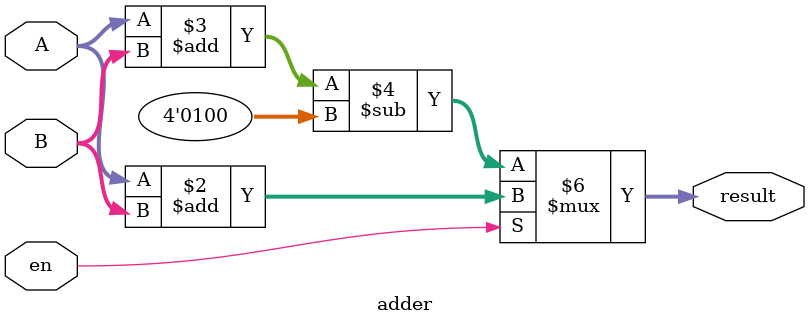
<source format=sv>
module adder (
input logic [31:0] A,
input logic [31:0] B,
input logic en,
output logic [31:0] result);
always_comb
  if(en)
 result = A +B ;
 else 
   result=A +B- 4'b0100;

endmodule 


//adder ad1(.A(PC),.B({'0,0100})
</source>
